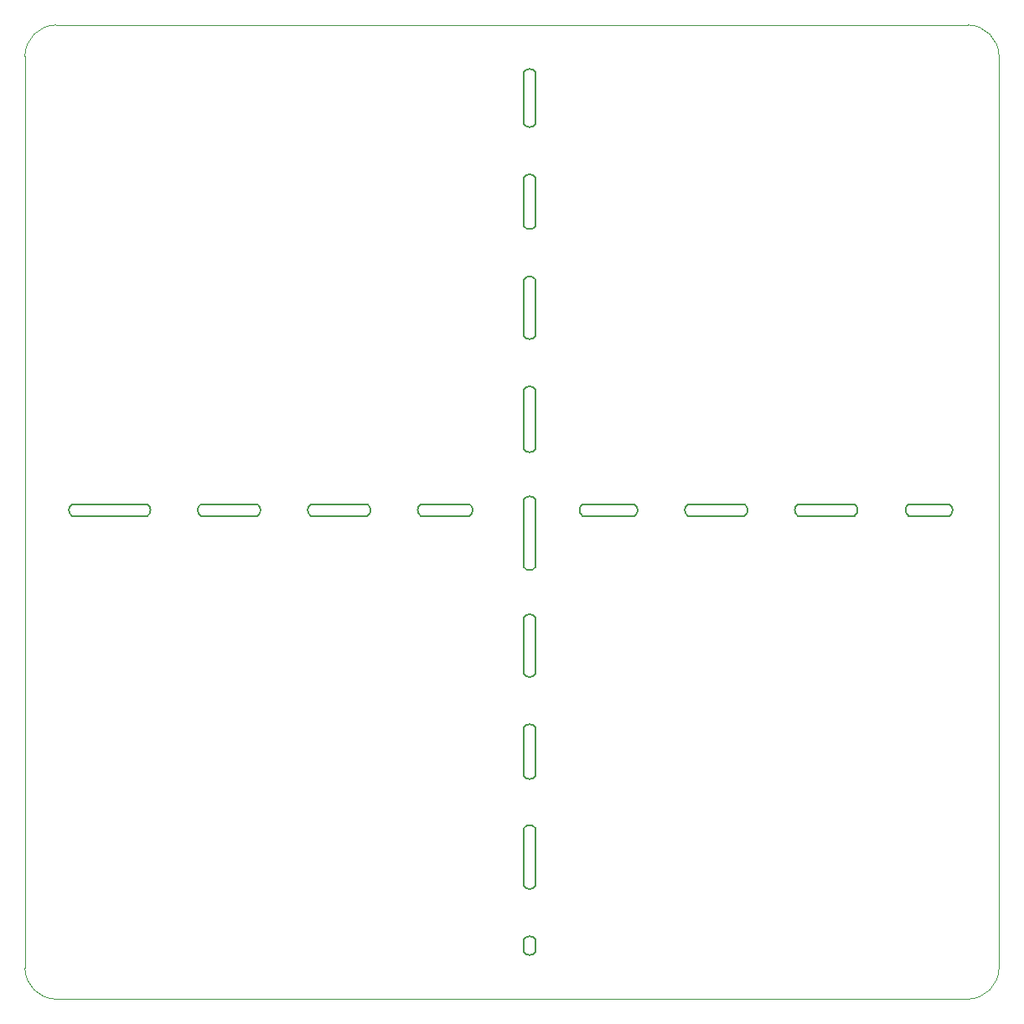
<source format=gm1>
G04 #@! TF.GenerationSoftware,KiCad,Pcbnew,(6.0.7)*
G04 #@! TF.CreationDate,2022-09-26T20:42:46+09:00*
G04 #@! TF.ProjectId,xi_cont,78695f63-6f6e-4742-9e6b-696361645f70,rev?*
G04 #@! TF.SameCoordinates,Original*
G04 #@! TF.FileFunction,Profile,NP*
%FSLAX46Y46*%
G04 Gerber Fmt 4.6, Leading zero omitted, Abs format (unit mm)*
G04 Created by KiCad (PCBNEW (6.0.7)) date 2022-09-26 20:42:46*
%MOMM*%
%LPD*%
G01*
G04 APERTURE LIST*
G04 #@! TA.AperFunction,Profile*
%ADD10C,0.150000*%
G04 #@! TD*
G04 #@! TA.AperFunction,Profile*
%ADD11C,0.100000*%
G04 #@! TD*
G04 APERTURE END LIST*
D10*
X82153124Y-93662500D02*
G75*
G03*
X83343750Y-93662500I595313J396875D01*
G01*
X82153123Y-70325148D02*
X82153122Y-64612348D01*
X83343750Y-93662500D02*
X83343749Y-86837348D01*
X83343749Y-132556250D02*
X83343748Y-131287348D01*
D11*
X127000000Y-137318750D02*
X34925000Y-137318750D01*
D10*
X82153123Y-104456398D02*
G75*
G03*
X83343749Y-104456398I595313J396875D01*
G01*
X104456397Y-88503206D02*
X98743603Y-88503207D01*
X83343749Y-81756250D02*
X83343747Y-75724848D01*
X55243898Y-88503108D02*
G75*
G03*
X55243909Y-87312498I-396867J595309D01*
G01*
X82153123Y-81756250D02*
G75*
G03*
X83343749Y-81756250I595313J396875D01*
G01*
X76675139Y-87312501D02*
X71756095Y-87312502D01*
X76675126Y-88503107D02*
G75*
G03*
X76675139Y-87312501I-396815J595307D01*
G01*
X83343747Y-75724848D02*
G75*
G03*
X82153121Y-75724848I-595313J-396884D01*
G01*
X83343749Y-43656250D02*
G75*
G03*
X82153123Y-43656250I-595313J-396884D01*
G01*
D11*
X34925000Y-38893750D02*
G75*
G03*
X31750000Y-42068750I0J-3175000D01*
G01*
D10*
X71756081Y-87312481D02*
G75*
G03*
X71756095Y-88503128I396933J-595319D01*
G01*
X83343749Y-120054676D02*
G75*
G03*
X82153123Y-120054676I-595313J-396884D01*
G01*
X36512488Y-87312482D02*
G75*
G03*
X36512500Y-88503126I396862J-595318D01*
G01*
X82153123Y-132556250D02*
X82153122Y-131287348D01*
X125172247Y-88503194D02*
G75*
G03*
X125172201Y-87312499I-396944J595332D01*
G01*
X104456353Y-88503139D02*
G75*
G03*
X104456397Y-87312580I-396804J595294D01*
G01*
X109856144Y-87312606D02*
G75*
G03*
X109856098Y-88503163I396806J-595294D01*
G01*
X82153124Y-93662500D02*
X82153123Y-86837348D01*
X55243909Y-87312498D02*
X49531115Y-87312500D01*
X82153122Y-48893898D02*
G75*
G03*
X83343748Y-48893898I595313J396875D01*
G01*
X82153124Y-59212648D02*
G75*
G03*
X83343750Y-59212648I595313J396875D01*
G01*
X83343748Y-114775148D02*
X83343747Y-109856098D01*
D11*
X130175000Y-42068750D02*
X130175000Y-134143750D01*
D10*
X98743558Y-87312513D02*
G75*
G03*
X98743603Y-88503207I396944J-595332D01*
G01*
X55243909Y-88503124D02*
X49531115Y-88503126D01*
X82153122Y-114775148D02*
X82153121Y-109856098D01*
X82153124Y-125887648D02*
X82153123Y-120054676D01*
X115568903Y-88503145D02*
G75*
G03*
X115568948Y-87312587I-396850J595294D01*
G01*
X83343749Y-70325148D02*
X83343748Y-64612348D01*
X44131411Y-87312500D02*
X36512500Y-87312500D01*
X93343942Y-88503232D02*
G75*
G03*
X93343896Y-87312537I-396944J595332D01*
G01*
X82153122Y-48893898D02*
X82153123Y-43656250D01*
X60643580Y-87312481D02*
G75*
G03*
X60643593Y-88503127I396935J-595319D01*
G01*
X82153123Y-104456398D02*
X82153122Y-98743598D01*
X83343749Y-86837348D02*
G75*
G03*
X82153123Y-86837348I-595313J-396884D01*
G01*
X83343748Y-131287348D02*
G75*
G03*
X82153122Y-131287348I-595313J-396884D01*
G01*
D11*
X34925000Y-38893750D02*
X127000000Y-38893750D01*
D10*
X82153122Y-114775148D02*
G75*
G03*
X83343748Y-114775148I595313J396875D01*
G01*
X125172201Y-87312499D02*
X121046901Y-87312500D01*
X104456397Y-87312580D02*
X98743603Y-87312579D01*
X83343748Y-48893898D02*
X83343749Y-43656250D01*
X66356387Y-87312500D02*
X60643593Y-87312501D01*
X121046946Y-87312568D02*
G75*
G03*
X121046901Y-88503126I396804J-595294D01*
G01*
X125172201Y-88503125D02*
X121046901Y-88503126D01*
X83343749Y-54293598D02*
G75*
G03*
X82153123Y-54293598I-595313J-396884D01*
G01*
X83343750Y-125887648D02*
X83343751Y-120054676D01*
D11*
X130175050Y-42068750D02*
G75*
G03*
X127000000Y-38893750I-3175050J-50D01*
G01*
D10*
X83343748Y-64612348D02*
G75*
G03*
X82153122Y-64612348I-595313J-396884D01*
G01*
X44131398Y-88503107D02*
G75*
G03*
X44131411Y-87312500I-396865J595308D01*
G01*
D11*
X127000000Y-137318700D02*
G75*
G03*
X130175000Y-134143750I0J3175000D01*
G01*
D10*
X82153123Y-70325148D02*
G75*
G03*
X83343749Y-70325148I595313J396875D01*
G01*
X82153123Y-132556250D02*
G75*
G03*
X83343749Y-132556250I595313J396875D01*
G01*
X115568948Y-87312587D02*
X109856098Y-87312537D01*
D11*
X31750000Y-134143750D02*
X31750000Y-42068750D01*
D10*
X93343896Y-88503163D02*
X88106250Y-88503162D01*
X44131411Y-88503126D02*
X36512500Y-88503126D01*
X83343750Y-59212648D02*
X83343749Y-54293598D01*
X66356387Y-88503126D02*
X60643593Y-88503127D01*
X93343896Y-87312537D02*
X88106250Y-87312536D01*
X83343748Y-98743598D02*
G75*
G03*
X82153122Y-98743598I-595313J-396884D01*
G01*
X83343749Y-104456398D02*
X83343748Y-98743598D01*
X83343747Y-109856098D02*
G75*
G03*
X82153121Y-109856098I-595313J-396884D01*
G01*
X82153123Y-81756250D02*
X82153121Y-75724848D01*
X82153124Y-59212648D02*
X82153123Y-54293598D01*
X115568948Y-88503213D02*
X109856098Y-88503163D01*
X88106205Y-87312468D02*
G75*
G03*
X88106250Y-88503162I396975J-595332D01*
G01*
D11*
X31749950Y-134143750D02*
G75*
G03*
X34925000Y-137318750I3175050J50D01*
G01*
D10*
X76675139Y-88503127D02*
X71756095Y-88503128D01*
X49531103Y-87312482D02*
G75*
G03*
X49531115Y-88503126I396881J-595318D01*
G01*
X82153124Y-125887648D02*
G75*
G03*
X83343750Y-125887648I595313J396875D01*
G01*
X66356375Y-88503108D02*
G75*
G03*
X66356387Y-87312500I-396813J595308D01*
G01*
M02*

</source>
